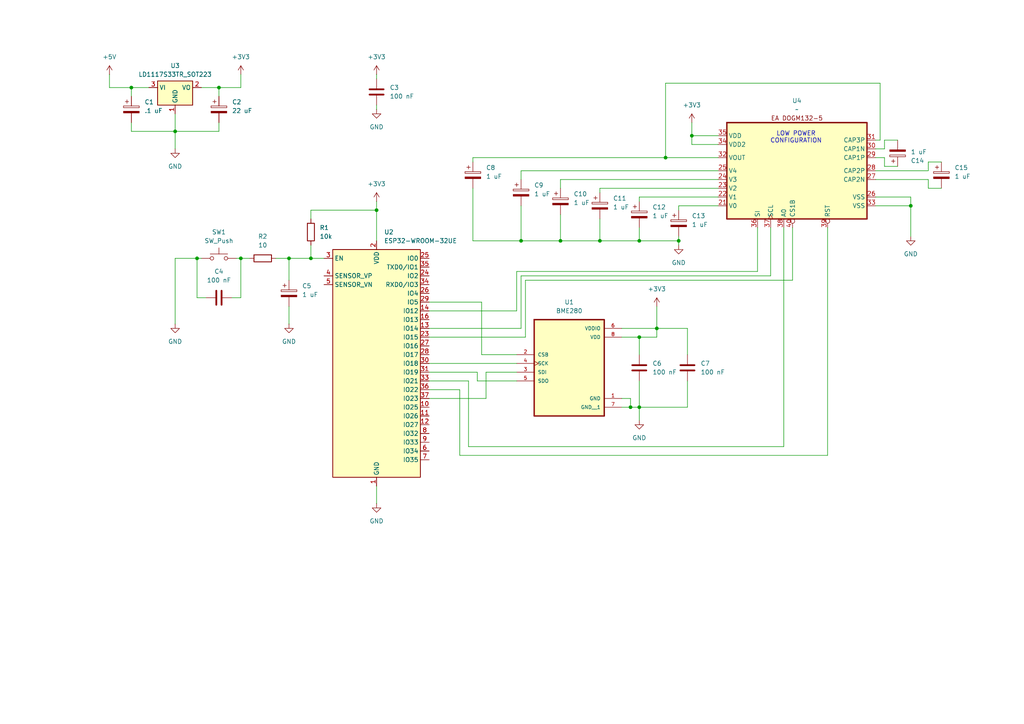
<source format=kicad_sch>
(kicad_sch (version 20231120) (generator "eeschema") (generator_version "8.0")
  (paper "A4")
  (title_block (date "2021-02-16"))
  (lib_symbols
    (symbol "Device:C" (pin_numbers hide) (pin_names (offset 0.254))
      (property "Reference" "C" (at 0.635 2.54 0))
      (property "Value" "C" (at 0.635 -2.54 0))
      (symbol "C_0_1"
        (polyline (pts (xy -2.032 -0.762) (xy 2.032 -0.762)) (stroke (width 0.508)))
        (polyline (pts (xy -2.032 0.762) (xy 2.032 0.762)) (stroke (width 0.508)))
      )
      (symbol "C_1_1"
        (pin passive line (at 0 3.81 270) (length 2.794) (name "~") (number "1"))
        (pin passive line (at 0 -3.81 90) (length 2.794) (name "~") (number "2"))
      )
    )
    (symbol "Device:C_Polarized" (pin_numbers hide) (pin_names (offset 0.254))
      (property "Reference" "C" (at 0.635 2.54 0))
      (property "Value" "C_Polarized" (at 0.635 -2.54 0))
      (symbol "C_Polarized_0_1"
        (rectangle (start -2.286 0.508) (end 2.286 1.016))
        (polyline (pts (xy -1.778 2.286) (xy -0.762 2.286)))
        (polyline (pts (xy -1.27 2.794) (xy -1.27 1.778)))
        (rectangle (start 2.286 -0.508) (end -2.286 -1.016) (fill (type outline)))
      )
      (symbol "C_Polarized_1_1"
        (pin passive line (at 0 3.81 270) (length 2.794) (name "~") (number "1"))
        (pin passive line (at 0 -3.81 90) (length 2.794) (name "~") (number "2"))
      )
    )
    (symbol "Device:R" (pin_numbers hide) (pin_names (offset 0))
      (property "Reference" "R" (at 2.032 0 90))
      (property "Value" "R" (at 0 0 90))
      (symbol "R_0_1"
        (rectangle (start -1.016 -2.54) (end 1.016 2.54) (stroke (width 0.254)))
      )
      (symbol "R_1_1"
        (pin passive line (at 0 3.81 270) (length 1.27) (name "~") (number "1"))
        (pin passive line (at 0 -3.81 90) (length 1.27) (name "~") (number "2"))
      )
    )
    (symbol "RF_Module:ESP32-WROOM-32UE"
      (property "Reference" "U" (at -12.7 34.29 0))
      (property "Value" "ESP32-WROOM-32UE" (at 1.27 34.29 0))
      (symbol "ESP32-WROOM-32UE_0_1"
        (rectangle (start -12.7 33.02) (end 12.7 -33.02) (stroke (width 0.254)) (fill (type background)))
      )
      (symbol "ESP32-WROOM-32UE_1_1"
        (pin power_in line (at 0 -35.56 90) (length 2.54) (name "GND") (number "1"))
        (pin bidirectional line (at 15.24 -12.7 180) (length 2.54) (name "IO25") (number "10"))
        (pin bidirectional line (at 15.24 -15.24 180) (length 2.54) (name "IO26") (number "11"))
        (pin bidirectional line (at 15.24 -17.78 180) (length 2.54) (name "IO27") (number "12"))
        (pin bidirectional line (at 15.24 10.16 180) (length 2.54) (name "IO14") (number "13"))
        (pin bidirectional line (at 15.24 15.24 180) (length 2.54) (name "IO12") (number "14"))
        (pin passive line (at 0 -35.56 90) (length 2.54) hide (name "GND") (number "15"))
        (pin bidirectional line (at 15.24 12.7 180) (length 2.54) (name "IO13") (number "16"))
        (pin no_connect line (at -12.7 -5.08 0) (length 2.54) hide (name "NC") (number "17"))
        (pin no_connect line (at -12.7 -7.62 0) (length 2.54) hide (name "NC") (number "18"))
        (pin no_connect line (at -12.7 -12.7 0) (length 2.54) hide (name "NC") (number "19"))
        (pin power_in line (at 0 35.56 270) (length 2.54) (name "VDD") (number "2"))
        (pin no_connect line (at -12.7 -10.16 0) (length 2.54) hide (name "NC") (number "20"))
        (pin no_connect line (at -12.7 0 0) (length 2.54) hide (name "NC") (number "21"))
        (pin no_connect line (at -12.7 -2.54 0) (length 2.54) hide (name "NC") (number "22"))
        (pin bidirectional line (at 15.24 7.62 180) (length 2.54) (name "IO15") (number "23"))
        (pin bidirectional line (at 15.24 25.4 180) (length 2.54) (name "IO2") (number "24"))
        (pin bidirectional line (at 15.24 30.48 180) (length 2.54) (name "IO0") (number "25"))
        (pin bidirectional line (at 15.24 20.32 180) (length 2.54) (name "IO4") (number "26"))
        (pin bidirectional line (at 15.24 5.08 180) (length 2.54) (name "IO16") (number "27"))
        (pin bidirectional line (at 15.24 2.54 180) (length 2.54) (name "IO17") (number "28"))
        (pin bidirectional line (at 15.24 17.78 180) (length 2.54) (name "IO5") (number "29"))
        (pin input line (at -15.24 30.48 0) (length 2.54) (name "EN") (number "3"))
        (pin bidirectional line (at 15.24 0 180) (length 2.54) (name "IO18") (number "30"))
        (pin bidirectional line (at 15.24 -2.54 180) (length 2.54) (name "IO19") (number "31"))
        (pin no_connect line (at -12.7 -27.94 0) (length 2.54) hide (name "NC") (number "32"))
        (pin bidirectional line (at 15.24 -5.08 180) (length 2.54) (name "IO21") (number "33"))
        (pin bidirectional line (at 15.24 22.86 180) (length 2.54) (name "RXD0/IO3") (number "34"))
        (pin bidirectional line (at 15.24 27.94 180) (length 2.54) (name "TXD0/IO1") (number "35"))
        (pin bidirectional line (at 15.24 -7.62 180) (length 2.54) (name "IO22") (number "36"))
        (pin bidirectional line (at 15.24 -10.16 180) (length 2.54) (name "IO23") (number "37"))
        (pin passive line (at 0 -35.56 90) (length 2.54) hide (name "GND") (number "38"))
        (pin passive line (at 0 -35.56 90) (length 2.54) hide (name "GND") (number "39"))
        (pin input line (at -15.24 25.4 0) (length 2.54) (name "SENSOR_VP") (number "4"))
        (pin input line (at -15.24 22.86 0) (length 2.54) (name "SENSOR_VN") (number "5"))
        (pin input line (at 15.24 -25.4 180) (length 2.54) (name "IO34") (number "6"))
        (pin input line (at 15.24 -27.94 180) (length 2.54) (name "IO35") (number "7"))
        (pin bidirectional line (at 15.24 -20.32 180) (length 2.54) (name "IO32") (number "8"))
        (pin bidirectional line (at 15.24 -22.86 180) (length 2.54) (name "IO33") (number "9"))
      )
    )
    (symbol "Regulator_Linear:LD1117S33TR_SOT223"
      (property "Reference" "U" (at -3.81 3.175 0))
      (property "Value" "LD1117S33TR_SOT223" (at 0 3.175 0))
      (symbol "LD1117S33TR_SOT223_0_1"
        (rectangle (start -5.08 -5.08) (end 5.08 1.905) (stroke (width 0.254)) (fill (type background)))
      )
      (symbol "LD1117S33TR_SOT223_1_1"
        (pin power_in line (at 0 -7.62 90) (length 2.54) (name "GND") (number "1"))
        (pin power_out line (at 7.62 0 180) (length 2.54) (name "VO") (number "2"))
        (pin power_in line (at -7.62 0 0) (length 2.54) (name "VI") (number "3"))
      )
    )
    (symbol "Switch:SW_Push" (pin_numbers hide) (pin_names (offset 1.016) hide)
      (property "Reference" "SW" (at 1.27 2.54 0))
      (property "Value" "SW_Push" (at 0 -1.524 0))
      (symbol "SW_Push_0_1"
        (circle (center -2.032 0) (radius 0.508))
        (polyline (pts (xy 0 1.27) (xy 0 3.048)))
        (polyline (pts (xy 2.54 1.27) (xy -2.54 1.27)))
        (circle (center 2.032 0) (radius 0.508))
        (pin passive line (at -5.08 0 0) (length 2.54) (name "1") (number "1"))
        (pin passive line (at 5.08 0 180) (length 2.54) (name "2") (number "2"))
      )
    )
    (symbol "gos:BME280" (pin_names (offset 1.016))
      (property "Reference" "U" (at -10.1662 13.3431 0))
      (property "Value" "BME280" (at -10.1683 -17.7924 0))
      (symbol "BME280_0_0"
        (rectangle (start -10.16 -15.24) (end 10.16 12.7) (stroke (width 0.4064)) (fill (type background)))
        (pin power_in line (at 15.24 -10.16 180) (length 5.08) (name "GND") (number "1"))
        (pin input line (at -15.24 2.54 0) (length 5.08) (name "CSB") (number "2"))
        (pin bidirectional line (at -15.24 -2.54 0) (length 5.08) (name "SDI") (number "3"))
        (pin input clock (at -15.24 0 0) (length 5.08) (name "SCK") (number "4"))
        (pin bidirectional line (at -15.24 -5.08 0) (length 5.08) (name "SDO") (number "5"))
        (pin power_in line (at 15.24 10.16 180) (length 5.08) (name "VDDIO") (number "6"))
        (pin power_in line (at 15.24 -12.7 180) (length 5.08) (name "GND__1") (number "7"))
        (pin power_in line (at 15.24 7.62 180) (length 5.08) (name "VDD") (number "8"))
      )
    )
    (symbol "gos:DOGM132"
      (property "Reference" "U" (at 0 17.018 0))
      (symbol "DOGM132_0_0"
        (rectangle (start -20.32 13.97) (end 20.32 -13.97) (stroke (width 0.4064)) (fill (type background)))
      )
      (symbol "DOGM132_1_1"
        (text "EA DOGM132-5" (at 0 15.24 0) (effects (font (size 1.27 1.27))))
        (pin passive line (at -22.86 -10.16 0) (length 2.54) (name "V0") (number "21"))
        (pin passive line (at -22.86 -7.62 0) (length 2.54) (name "V1") (number "22"))
        (pin passive line (at -22.86 -5.08 0) (length 2.54) (name "V2") (number "23"))
        (pin passive line (at -22.86 -2.54 0) (length 2.54) (name "V3") (number "24"))
        (pin passive line (at -22.86 0 0) (length 2.54) (name "V4") (number "25"))
        (pin power_in line (at 22.86 -7.62 180) (length 2.54) (name "VSS") (number "26"))
        (pin passive line (at 22.86 -2.54 180) (length 2.54) (name "CAP2N") (number "27"))
        (pin passive line (at 22.86 0 180) (length 2.54) (name "CAP2P") (number "28"))
        (pin passive line (at 22.86 3.81 180) (length 2.54) (name "CAP1P") (number "29"))
        (pin passive line (at 22.86 6.35 180) (length 2.54) (name "CAP1N") (number "30"))
        (pin passive line (at 22.86 8.89 180) (length 2.54) (name "CAP3P") (number "31"))
        (pin power_out line (at -22.86 3.81 0) (length 2.54) (name "VOUT") (number "32"))
        (pin power_in line (at 22.86 -10.16 180) (length 2.54) (name "VSS") (number "33"))
        (pin power_in line (at -22.86 7.62 0) (length 2.54) (name "VDD2") (number "34"))
        (pin power_in line (at -22.86 10.16 0) (length 2.54) (name "VDD") (number "35"))
        (pin input line (at -11.43 -16.51 90) (length 2.54) (name "SI") (number "36"))
        (pin input clock (at -7.62 -16.51 90) (length 2.54) (name "SCL") (number "37"))
        (pin input line (at -3.81 -16.51 90) (length 2.54) (name "A0") (number "38"))
        (pin input inverted (at 8.89 -16.51 90) (length 2.54) (name "RST") (number "39"))
        (pin input inverted (at -1.27 -16.51 90) (length 2.54) (name "CS1B") (number "40"))
      )
    )
    (symbol "power:+3V3" (power) (pin_numbers hide) (pin_names (offset 0) hide)
      (property "Value" "+3V3" (at 0 3.556 0))
      (symbol "+3V3_0_1"
        (polyline (pts (xy -0.762 1.27) (xy 0 2.54)))
        (polyline (pts (xy 0 0) (xy 0 2.54)))
        (polyline (pts (xy 0 2.54) (xy 0.762 1.27)))
      )
      (symbol "+3V3_1_1"
        (pin power_in line (at 0 0 90) (length 0) (name "~") (number "1"))
      )
    )
    (symbol "power:+5V" (power) (pin_numbers hide) (pin_names (offset 0) hide)
      (property "Value" "+5V" (at 0 3.556 0))
      (symbol "+5V_0_1"
        (polyline (pts (xy -0.762 1.27) (xy 0 2.54)))
        (polyline (pts (xy 0 0) (xy 0 2.54)))
        (polyline (pts (xy 0 2.54) (xy 0.762 1.27)))
      )
      (symbol "+5V_1_1"
        (pin power_in line (at 0 0 90) (length 0) (name "~") (number "1"))
      )
    )
    (symbol "power:GND" (power) (pin_numbers hide) (pin_names (offset 0) hide)
      (property "Value" "GND" (at 0 -3.81 0))
      (symbol "GND_0_1"
        (polyline (pts (xy 0 0) (xy 0 -1.27) (xy 1.27 -1.27) (xy 0 -2.54) (xy -1.27 -1.27) (xy 0 -1.27)))
      )
      (symbol "GND_1_1"
        (pin power_in line (at 0 0 270) (length 0) (name "~") (number "1"))
      )
    )
  )
  (junction (at 90.17 74.93))
  (junction (at 83.82 74.93))
  (junction (at 185.42 97.79))
  (junction (at 182.88 118.11))
  (junction (at 162.56 69.85))
  (junction (at 38.1 25.4))
  (junction (at 200.66 39.37))
  (junction (at 185.42 118.11))
  (junction (at 57.15 74.93))
  (junction (at 151.13 69.85))
  (junction (at 50.8 38.1))
  (junction (at 190.5 95.25))
  (junction (at 185.42 69.85))
  (junction (at 109.22 60.96))
  (junction (at 196.85 69.85))
  (junction (at 63.5 25.4))
  (junction (at 264.16 59.69))
  (junction (at 193.04 45.72))
  (junction (at 173.99 69.85))
  (junction (at 69.85 74.93))
  (wire (pts (xy 254 45.72) (xy 256.54 45.72)))
  (wire (pts (xy 109.22 58.42) (xy 109.22 60.96)))
  (wire (pts (xy 67.31 86.36) (xy 69.85 86.36)))
  (wire (pts (xy 185.42 118.11) (xy 185.42 110.49)))
  (wire (pts (xy 124.46 97.79) (xy 152.4 97.79)))
  (wire (pts (xy 137.16 45.72) (xy 137.16 46.99)))
  (wire (pts (xy 50.8 38.1) (xy 50.8 43.18)))
  (wire (pts (xy 219.71 78.74) (xy 219.71 66.04)))
  (wire (pts (xy 200.66 41.91) (xy 200.66 39.37)))
  (wire (pts (xy 38.1 38.1) (xy 50.8 38.1)))
  (wire (pts (xy 63.5 25.4) (xy 69.85 25.4)))
  (wire (pts (xy 124.46 113.03) (xy 133.35 113.03)))
  (wire (pts (xy 124.46 110.49) (xy 135.89 110.49)))
  (wire (pts (xy 151.13 49.53) (xy 151.13 52.07)))
  (wire (pts (xy 90.17 60.96) (xy 109.22 60.96)))
  (wire (pts (xy 137.16 54.61) (xy 137.16 69.85)))
  (wire (pts (xy 151.13 59.69) (xy 151.13 69.85)))
  (wire (pts (xy 38.1 25.4) (xy 38.1 27.94)))
  (wire (pts (xy 185.42 97.79) (xy 180.34 97.79)))
  (wire (pts (xy 50.8 33.02) (xy 50.8 38.1)))
  (wire (pts (xy 83.82 88.9) (xy 83.82 93.98)))
  (wire (pts (xy 269.24 52.07) (xy 269.24 54.61)))
  (wire (pts (xy 256.54 45.72) (xy 256.54 48.26)))
  (wire (pts (xy 50.8 74.93) (xy 57.15 74.93)))
  (wire (pts (xy 63.5 25.4) (xy 63.5 27.94)))
  (wire (pts (xy 193.04 45.72) (xy 137.16 45.72)))
  (wire (pts (xy 185.42 69.85) (xy 196.85 69.85)))
  (wire (pts (xy 269.24 46.99) (xy 273.05 46.99)))
  (wire (pts (xy 254 59.69) (xy 264.16 59.69)))
  (wire (pts (xy 50.8 38.1) (xy 63.5 38.1)))
  (wire (pts (xy 185.42 118.11) (xy 199.39 118.11)))
  (wire (pts (xy 190.5 95.25) (xy 180.34 95.25)))
  (wire (pts (xy 208.28 41.91) (xy 200.66 41.91)))
  (wire (pts (xy 90.17 63.5) (xy 90.17 60.96)))
  (wire (pts (xy 124.46 107.95) (xy 138.43 107.95)))
  (wire (pts (xy 59.69 86.36) (xy 57.15 86.36)))
  (wire (pts (xy 190.5 88.9) (xy 190.5 95.25)))
  (wire (pts (xy 173.99 63.5) (xy 173.99 69.85)))
  (wire (pts (xy 254 57.15) (xy 264.16 57.15)))
  (wire (pts (xy 264.16 59.69) (xy 264.16 68.58)))
  (wire (pts (xy 133.35 113.03) (xy 133.35 132.08)))
  (wire (pts (xy 173.99 54.61) (xy 173.99 55.88)))
  (wire (pts (xy 38.1 25.4) (xy 31.75 25.4)))
  (wire (pts (xy 255.27 24.13) (xy 255.27 40.64)))
  (wire (pts (xy 269.24 49.53) (xy 269.24 46.99)))
  (wire (pts (xy 149.86 90.17) (xy 149.86 78.74)))
  (wire (pts (xy 151.13 69.85) (xy 162.56 69.85)))
  (wire (pts (xy 208.28 45.72) (xy 193.04 45.72)))
  (wire (pts (xy 151.13 80.01) (xy 223.52 80.01)))
  (wire (pts (xy 90.17 74.93) (xy 90.17 71.12)))
  (wire (pts (xy 208.28 52.07) (xy 162.56 52.07)))
  (wire (pts (xy 90.17 74.93) (xy 93.98 74.93)))
  (wire (pts (xy 69.85 74.93) (xy 72.39 74.93)))
  (wire (pts (xy 182.88 115.57) (xy 182.88 118.11)))
  (wire (pts (xy 180.34 115.57) (xy 182.88 115.57)))
  (wire (pts (xy 254 52.07) (xy 269.24 52.07)))
  (wire (pts (xy 149.86 78.74) (xy 219.71 78.74)))
  (wire (pts (xy 193.04 24.13) (xy 255.27 24.13)))
  (wire (pts (xy 269.24 54.61) (xy 273.05 54.61)))
  (wire (pts (xy 199.39 95.25) (xy 190.5 95.25)))
  (wire (pts (xy 109.22 60.96) (xy 109.22 69.85)))
  (wire (pts (xy 133.35 132.08) (xy 240.03 132.08)))
  (wire (pts (xy 208.28 49.53) (xy 151.13 49.53)))
  (wire (pts (xy 173.99 69.85) (xy 185.42 69.85)))
  (wire (pts (xy 109.22 30.48) (xy 109.22 31.75)))
  (wire (pts (xy 240.03 132.08) (xy 240.03 66.04)))
  (wire (pts (xy 57.15 86.36) (xy 57.15 74.93)))
  (wire (pts (xy 256.54 48.26) (xy 260.35 48.26)))
  (wire (pts (xy 69.85 86.36) (xy 69.85 74.93)))
  (wire (pts (xy 57.15 74.93) (xy 58.42 74.93)))
  (wire (pts (xy 58.42 25.4) (xy 63.5 25.4)))
  (wire (pts (xy 190.5 95.25) (xy 190.5 97.79)))
  (wire (pts (xy 69.85 25.4) (xy 69.85 21.59)))
  (wire (pts (xy 185.42 118.11) (xy 185.42 121.92)))
  (wire (pts (xy 182.88 118.11) (xy 185.42 118.11)))
  (wire (pts (xy 185.42 102.87) (xy 185.42 97.79)))
  (wire (pts (xy 50.8 93.98) (xy 50.8 74.93)))
  (wire (pts (xy 138.43 110.49) (xy 149.86 110.49)))
  (wire (pts (xy 109.22 21.59) (xy 109.22 22.86)))
  (wire (pts (xy 180.34 118.11) (xy 182.88 118.11)))
  (wire (pts (xy 80.01 74.93) (xy 83.82 74.93)))
  (wire (pts (xy 43.18 25.4) (xy 38.1 25.4)))
  (wire (pts (xy 152.4 81.28) (xy 229.87 81.28)))
  (wire (pts (xy 140.97 115.57) (xy 140.97 107.95)))
  (wire (pts (xy 83.82 74.93) (xy 83.82 81.28)))
  (wire (pts (xy 254 49.53) (xy 269.24 49.53)))
  (wire (pts (xy 256.54 43.18) (xy 256.54 40.64)))
  (wire (pts (xy 135.89 110.49) (xy 135.89 129.54)))
  (wire (pts (xy 196.85 69.85) (xy 196.85 71.12)))
  (wire (pts (xy 199.39 102.87) (xy 199.39 95.25)))
  (wire (pts (xy 83.82 74.93) (xy 90.17 74.93)))
  (wire (pts (xy 151.13 95.25) (xy 151.13 80.01)))
  (wire (pts (xy 63.5 38.1) (xy 63.5 35.56)))
  (wire (pts (xy 162.56 62.23) (xy 162.56 69.85)))
  (wire (pts (xy 256.54 40.64) (xy 260.35 40.64)))
  (wire (pts (xy 135.89 129.54) (xy 227.33 129.54)))
  (wire (pts (xy 208.28 59.69) (xy 196.85 59.69)))
  (wire (pts (xy 109.22 140.97) (xy 109.22 146.05)))
  (wire (pts (xy 139.7 102.87) (xy 149.86 102.87)))
  (wire (pts (xy 229.87 81.28) (xy 229.87 66.04)))
  (wire (pts (xy 152.4 97.79) (xy 152.4 81.28)))
  (wire (pts (xy 190.5 97.79) (xy 185.42 97.79)))
  (wire (pts (xy 254 43.18) (xy 256.54 43.18)))
  (wire (pts (xy 185.42 66.04) (xy 185.42 69.85)))
  (wire (pts (xy 124.46 115.57) (xy 140.97 115.57)))
  (wire (pts (xy 162.56 52.07) (xy 162.56 54.61)))
  (wire (pts (xy 196.85 59.69) (xy 196.85 60.96)))
  (wire (pts (xy 264.16 57.15) (xy 264.16 59.69)))
  (wire (pts (xy 223.52 80.01) (xy 223.52 66.04)))
  (wire (pts (xy 208.28 57.15) (xy 185.42 57.15)))
  (wire (pts (xy 124.46 90.17) (xy 149.86 90.17)))
  (wire (pts (xy 162.56 69.85) (xy 173.99 69.85)))
  (wire (pts (xy 255.27 40.64) (xy 254 40.64)))
  (wire (pts (xy 124.46 105.41) (xy 149.86 105.41)))
  (wire (pts (xy 208.28 54.61) (xy 173.99 54.61)))
  (wire (pts (xy 185.42 57.15) (xy 185.42 58.42)))
  (wire (pts (xy 193.04 45.72) (xy 193.04 24.13)))
  (wire (pts (xy 137.16 69.85) (xy 151.13 69.85)))
  (wire (pts (xy 208.28 39.37) (xy 200.66 39.37)))
  (wire (pts (xy 200.66 39.37) (xy 200.66 35.56)))
  (wire (pts (xy 227.33 129.54) (xy 227.33 66.04)))
  (wire (pts (xy 38.1 35.56) (xy 38.1 38.1)))
  (wire (pts (xy 68.58 74.93) (xy 69.85 74.93)))
  (wire (pts (xy 139.7 87.63) (xy 139.7 102.87)))
  (wire (pts (xy 140.97 107.95) (xy 149.86 107.95)))
  (wire (pts (xy 124.46 87.63) (xy 139.7 87.63)))
  (wire (pts (xy 31.75 25.4) (xy 31.75 21.59)))
  (wire (pts (xy 196.85 68.58) (xy 196.85 69.85)))
  (wire (pts (xy 138.43 107.95) (xy 138.43 110.49)))
  (wire (pts (xy 124.46 95.25) (xy 151.13 95.25)))
  (wire (pts (xy 199.39 118.11) (xy 199.39 110.49)))
  (text "LOW POWER\nCONFIGURATION" (at 230.886 39.878 0) (effects (font (size 1.27 1.27))))
  (symbol (lib_id "Regulator_Linear:LD1117S33TR_SOT223") (at 50.8 25.4 0) (unit 1)
    (property "Reference" "U3" (at 50.8 19.05 0))
    (property "Value" "LD1117S33TR_SOT223" (at 50.8 21.59 0))
    (property "Footprint" "Package_TO_SOT_SMD:SOT-223-3_TabPin2" (effects (hide yes)))
    (property "Datasheet" "http://www.st.com/st-web-ui/static/active/en/resource/technical/document/datasheet/CD00000544.pdf" (effects (hide yes)))
    (property "Description" "800mA Fixed Low Drop Positive Voltage Regulator, Fixed Output 3.3V, SOT-223" (effects (hide yes)))
  )
  (symbol (lib_id "Device:C_Polarized") (at 137.16 50.8 0) (unit 1)
    (property "Reference" "C8" (at 140.97 48.6409 0) (effects (justify left)))
    (property "Value" "1 uF" (at 140.97 51.1809 0) (effects (justify left)))
    (property "Description" "Polarized capacitor" (effects (hide yes)))
  )
  (symbol (lib_id "power:+3V3") (at 109.22 21.59 0) (unit 1)
    (property "Reference" "#PWR04" (effects (hide yes)))
    (property "Value" "+3V3" (at 109.22 16.51 0))
    (property "Description" "Power symbol creates a global label with name \"+3V3\"" (effects (hide yes)))
  )
  (symbol (lib_id "Device:C_Polarized") (at 273.05 50.8 0) (unit 1)
    (property "Reference" "C15" (at 276.86 48.6409 0) (effects (justify left)))
    (property "Value" "1 uF" (at 276.86 51.1809 0) (effects (justify left)))
    (property "Description" "Polarized capacitor" (effects (hide yes)))
  )
  (symbol (lib_id "Device:C") (at 199.39 106.68 0) (unit 1)
    (property "Reference" "C7" (at 203.2 105.4099 0) (effects (justify left)))
    (property "Value" "100 nF" (at 203.2 107.9499 0) (effects (justify left)))
    (property "Description" "Unpolarized capacitor" (effects (hide yes)))
  )
  (symbol (lib_id "power:GND") (at 83.82 93.98 0) (unit 1)
    (property "Reference" "#PWR09" (effects (hide yes)))
    (property "Value" "GND" (at 83.82 99.06 0))
    (property "Description" "Power symbol creates a global label with name \"GND\" , ground" (effects (hide yes)))
  )
  (symbol (lib_id "power:+3V3") (at 109.22 58.42 0) (unit 1)
    (property "Reference" "#PWR06" (effects (hide yes)))
    (property "Value" "+3V3" (at 109.22 53.34 0))
    (property "Description" "Power symbol creates a global label with name \"+3V3\"" (effects (hide yes)))
  )
  (symbol (lib_id "Device:R") (at 90.17 67.31 0) (unit 1)
    (property "Reference" "R1" (at 92.71 66.0399 0) (effects (justify left)))
    (property "Value" "10k" (at 92.71 68.5799 0) (effects (justify left)))
    (property "Description" "Resistor" (effects (hide yes)))
  )
  (symbol (lib_id "gos:DOGM132") (at 231.14 49.53 0) (unit 1)
    (property "Reference" "U4" (at 231.14 29.21 0))
    (property "Value" "~" (at 231.14 31.75 0))
    (property "Footprint" "gos:DOGM132-5" (effects (hide yes)))
  )
  (symbol (lib_id "power:GND") (at 264.16 68.58 0) (unit 1)
    (property "Reference" "#PWR013" (effects (hide yes)))
    (property "Value" "GND" (at 264.16 73.66 0))
    (property "Description" "Power symbol creates a global label with name \"GND\" , ground" (effects (hide yes)))
  )
  (symbol (lib_id "Device:R") (at 76.2 74.93 90) (unit 1)
    (property "Reference" "R2" (at 76.2 68.58 90))
    (property "Value" "10" (at 76.2 71.12 90))
    (property "Description" "Resistor" (effects (hide yes)))
  )
  (symbol (lib_id "Switch:SW_Push") (at 63.5 74.93 0) (unit 1)
    (property "Reference" "SW1" (at 63.5 67.31 0))
    (property "Value" "SW_Push" (at 63.5 69.85 0))
    (property "Description" "Push button switch, generic, two pins" (effects (hide yes)))
  )
  (symbol (lib_id "Device:C_Polarized") (at 260.35 44.45 0) (mirror x) (unit 1)
    (property "Reference" "C14" (at 264.16 46.6091 0) (effects (justify left)))
    (property "Value" "1 uF" (at 264.16 44.0691 0) (effects (justify left)))
    (property "Description" "Polarized capacitor" (effects (hide yes)))
  )
  (symbol (lib_id "Device:C_Polarized") (at 63.5 31.75 0) (unit 1)
    (property "Reference" "C2" (at 67.31 29.5909 0) (effects (justify left)))
    (property "Value" "22 uF" (at 67.31 32.1309 0) (effects (justify left)))
    (property "Description" "Polarized capacitor" (effects (hide yes)))
  )
  (symbol (lib_id "Device:C") (at 63.5 86.36 90) (unit 1)
    (property "Reference" "C4" (at 63.5 78.74 90))
    (property "Value" "100 nF" (at 63.5 81.28 90))
    (property "Description" "Unpolarized capacitor" (effects (hide yes)))
  )
  (symbol (lib_id "Device:C_Polarized") (at 162.56 58.42 0) (unit 1)
    (property "Reference" "C10" (at 166.37 56.2609 0) (effects (justify left)))
    (property "Value" "1 uF" (at 166.37 58.8009 0) (effects (justify left)))
    (property "Description" "Polarized capacitor" (effects (hide yes)))
  )
  (symbol (lib_id "power:+3V3") (at 190.5 88.9 0) (unit 1)
    (property "Reference" "#PWR011" (effects (hide yes)))
    (property "Value" "+3V3" (at 190.5 83.82 0))
    (property "Description" "Power symbol creates a global label with name \"+3V3\"" (effects (hide yes)))
  )
  (symbol (lib_id "power:+3V3") (at 200.66 35.56 0) (unit 1)
    (property "Reference" "#PWR012" (effects (hide yes)))
    (property "Value" "+3V3" (at 200.66 30.48 0))
    (property "Description" "Power symbol creates a global label with name \"+3V3\"" (effects (hide yes)))
  )
  (symbol (lib_id "Device:C_Polarized") (at 196.85 64.77 0) (unit 1)
    (property "Reference" "C13" (at 200.66 62.6109 0) (effects (justify left)))
    (property "Value" "1 uF" (at 200.66 65.1509 0) (effects (justify left)))
    (property "Description" "Polarized capacitor" (effects (hide yes)))
  )
  (symbol (lib_id "power:GND") (at 109.22 31.75 0) (unit 1)
    (property "Reference" "#PWR05" (effects (hide yes)))
    (property "Value" "GND" (at 109.22 36.83 0))
    (property "Description" "Power symbol creates a global label with name \"GND\" , ground" (effects (hide yes)))
  )
  (symbol (lib_id "power:GND") (at 185.42 121.92 0) (unit 1)
    (property "Reference" "#PWR010" (effects (hide yes)))
    (property "Value" "GND" (at 185.42 127 0))
    (property "Description" "Power symbol creates a global label with name \"GND\" , ground" (effects (hide yes)))
  )
  (symbol (lib_id "Device:C") (at 185.42 106.68 0) (unit 1)
    (property "Reference" "C6" (at 189.23 105.4099 0) (effects (justify left)))
    (property "Value" "100 nF" (at 189.23 107.9499 0) (effects (justify left)))
    (property "Description" "Unpolarized capacitor" (effects (hide yes)))
  )
  (symbol (lib_id "power:GND") (at 50.8 43.18 0) (unit 1)
    (property "Reference" "#PWR01" (effects (hide yes)))
    (property "Value" "GND" (at 50.8 48.26 0))
    (property "Description" "Power symbol creates a global label with name \"GND\" , ground" (effects (hide yes)))
  )
  (symbol (lib_id "power:+3V3") (at 69.85 21.59 0) (unit 1)
    (property "Reference" "#PWR02" (effects (hide yes)))
    (property "Value" "+3V3" (at 69.85 16.51 0))
    (property "Description" "Power symbol creates a global label with name \"+3V3\"" (effects (hide yes)))
  )
  (symbol (lib_id "Device:C_Polarized") (at 38.1 31.75 0) (unit 1)
    (property "Reference" "C1" (at 41.91 29.5909 0) (effects (justify left)))
    (property "Value" ".1 uF" (at 41.91 32.1309 0) (effects (justify left)))
    (property "Description" "Polarized capacitor" (effects (hide yes)))
  )
  (symbol (lib_id "Device:C_Polarized") (at 173.99 59.69 0) (unit 1)
    (property "Reference" "C11" (at 177.8 57.5309 0) (effects (justify left)))
    (property "Value" "1 uF" (at 177.8 60.0709 0) (effects (justify left)))
    (property "Description" "Polarized capacitor" (effects (hide yes)))
  )
  (symbol (lib_id "power:GND") (at 109.22 146.05 0) (unit 1)
    (property "Reference" "#PWR07" (effects (hide yes)))
    (property "Value" "GND" (at 109.22 151.13 0))
    (property "Description" "Power symbol creates a global label with name \"GND\" , ground" (effects (hide yes)))
  )
  (symbol (lib_id "power:GND") (at 196.85 71.12 0) (unit 1)
    (property "Reference" "#PWR014" (effects (hide yes)))
    (property "Value" "GND" (at 196.85 76.2 0))
    (property "Description" "Power symbol creates a global label with name \"GND\" , ground" (effects (hide yes)))
  )
  (symbol (lib_id "Device:C_Polarized") (at 83.82 85.09 0) (unit 1)
    (property "Reference" "C5" (at 87.63 82.9309 0) (effects (justify left)))
    (property "Value" "1 uF" (at 87.63 85.4709 0) (effects (justify left)))
    (property "Description" "Polarized capacitor" (effects (hide yes)))
  )
  (symbol (lib_id "Device:C_Polarized") (at 151.13 55.88 0) (unit 1)
    (property "Reference" "C9" (at 154.94 53.7209 0) (effects (justify left)))
    (property "Value" "1 uF" (at 154.94 56.2609 0) (effects (justify left)))
    (property "Description" "Polarized capacitor" (effects (hide yes)))
  )
  (symbol (lib_id "Device:C") (at 109.22 26.67 0) (unit 1)
    (property "Reference" "C3" (at 113.03 25.3999 0) (effects (justify left)))
    (property "Value" "100 nF" (at 113.03 27.9399 0) (effects (justify left)))
    (property "Description" "Unpolarized capacitor" (effects (hide yes)))
  )
  (symbol (lib_id "power:GND") (at 50.8 93.98 0) (unit 1)
    (property "Reference" "#PWR08" (effects (hide yes)))
    (property "Value" "GND" (at 50.8 99.06 0))
    (property "Description" "Power symbol creates a global label with name \"GND\" , ground" (effects (hide yes)))
  )
  (symbol (lib_id "RF_Module:ESP32-WROOM-32UE") (at 109.22 105.41 0) (unit 1)
    (property "Reference" "U2" (at 111.4141 67.31 0) (effects (justify left)))
    (property "Value" "ESP32-WROOM-32UE" (at 111.4141 69.85 0) (effects (justify left)))
    (property "Footprint" "RF_Module:ESP32-WROOM-32UE" (effects (hide yes)))
    (property "Datasheet" "https://www.espressif.com/sites/default/files/documentation/esp32-wroom-32e_esp32-wroom-32ue_datasheet_en.pdf" (effects (hide yes)))
    (property "Description" "RF Module, ESP32-D0WD-V3 SoC, without PSRAM, Wi-Fi 802.11b/g/n, Bluetooth, BLE, 32-bit, 2.7-3.6V, external antenna, SMD" (effects (hide yes)))
  )
  (symbol (lib_id "Device:C_Polarized") (at 185.42 62.23 0) (unit 1)
    (property "Reference" "C12" (at 189.23 60.0709 0) (effects (justify left)))
    (property "Value" "1 uF" (at 189.23 62.6109 0) (effects (justify left)))
    (property "Description" "Polarized capacitor" (effects (hide yes)))
  )
  (symbol (lib_id "gos:BME280") (at 165.1 105.41 0) (unit 1)
    (property "Reference" "U1" (at 165.1 87.63 0))
    (property "Value" "BME280" (at 165.1 90.17 0))
    (property "Footprint" "gos:PSON65P250X250X100-8N" (effects (hide yes)))
    (property "Description" "Integrated pressure, humidity and temperature sensor; 8-pin 2.5x2.5x0.93mm LGA" (effects (hide yes)))
    (property "MF" "Bosch" (effects (hide yes)))
    (property "PACKAGE" "LGA-8 Bosch" (effects (hide yes)))
    (property "PRICE" "4.94 USD" (effects (hide yes)))
    (property "STANDARD" "IPC-7351B" (effects (hide yes)))
    (property "MP" "BME280" (effects (hide yes)))
    (property "AVAILABILITY" "Good" (effects (hide yes)))
  )
  (symbol (lib_id "power:+5V") (at 31.75 21.59 0) (unit 1)
    (property "Reference" "#PWR03" (effects (hide yes)))
    (property "Value" "+5V" (at 31.75 16.51 0))
    (property "Description" "Power symbol creates a global label with name \"+5V\"" (effects (hide yes)))
  )
)
</source>
